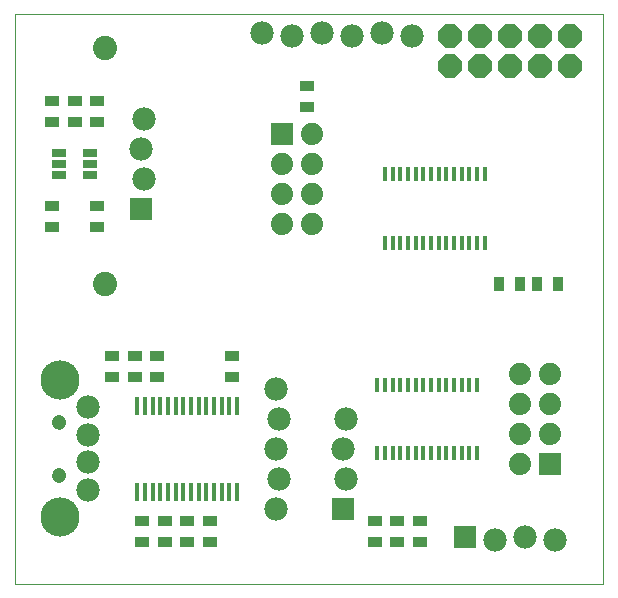
<source format=gts>
G75*
G70*
%OFA0B0*%
%FSLAX24Y24*%
%IPPOS*%
%LPD*%
%AMOC8*
5,1,8,0,0,1.08239X$1,22.5*
%
%ADD10C,0.0000*%
%ADD11R,0.0158X0.0512*%
%ADD12C,0.0740*%
%ADD13R,0.0740X0.0740*%
%ADD14R,0.0512X0.0355*%
%ADD15R,0.0177X0.0590*%
%ADD16C,0.0780*%
%ADD17C,0.1306*%
%ADD18C,0.0473*%
%ADD19R,0.0780X0.0780*%
%ADD20R,0.0512X0.0257*%
%ADD21R,0.0355X0.0512*%
%ADD22OC8,0.0780*%
%ADD23C,0.0808*%
D10*
X005648Y000150D02*
X025268Y000150D01*
X025268Y019146D01*
X005648Y019146D01*
X005648Y000150D01*
X006892Y003764D02*
X006894Y003793D01*
X006900Y003821D01*
X006909Y003849D01*
X006922Y003875D01*
X006939Y003898D01*
X006958Y003920D01*
X006980Y003939D01*
X007005Y003954D01*
X007031Y003967D01*
X007059Y003975D01*
X007087Y003980D01*
X007116Y003981D01*
X007145Y003978D01*
X007173Y003971D01*
X007200Y003961D01*
X007226Y003947D01*
X007249Y003930D01*
X007270Y003910D01*
X007288Y003887D01*
X007303Y003862D01*
X007314Y003835D01*
X007322Y003807D01*
X007326Y003778D01*
X007326Y003750D01*
X007322Y003721D01*
X007314Y003693D01*
X007303Y003666D01*
X007288Y003641D01*
X007270Y003618D01*
X007249Y003598D01*
X007226Y003581D01*
X007200Y003567D01*
X007173Y003557D01*
X007145Y003550D01*
X007116Y003547D01*
X007087Y003548D01*
X007059Y003553D01*
X007031Y003561D01*
X007005Y003574D01*
X006980Y003589D01*
X006958Y003608D01*
X006939Y003630D01*
X006922Y003653D01*
X006909Y003679D01*
X006900Y003707D01*
X006894Y003735D01*
X006892Y003764D01*
X006892Y005536D02*
X006894Y005565D01*
X006900Y005593D01*
X006909Y005621D01*
X006922Y005647D01*
X006939Y005670D01*
X006958Y005692D01*
X006980Y005711D01*
X007005Y005726D01*
X007031Y005739D01*
X007059Y005747D01*
X007087Y005752D01*
X007116Y005753D01*
X007145Y005750D01*
X007173Y005743D01*
X007200Y005733D01*
X007226Y005719D01*
X007249Y005702D01*
X007270Y005682D01*
X007288Y005659D01*
X007303Y005634D01*
X007314Y005607D01*
X007322Y005579D01*
X007326Y005550D01*
X007326Y005522D01*
X007322Y005493D01*
X007314Y005465D01*
X007303Y005438D01*
X007288Y005413D01*
X007270Y005390D01*
X007249Y005370D01*
X007226Y005353D01*
X007200Y005339D01*
X007173Y005329D01*
X007145Y005322D01*
X007116Y005319D01*
X007087Y005320D01*
X007059Y005325D01*
X007031Y005333D01*
X007005Y005346D01*
X006980Y005361D01*
X006958Y005380D01*
X006939Y005402D01*
X006922Y005425D01*
X006909Y005451D01*
X006900Y005479D01*
X006894Y005507D01*
X006892Y005536D01*
D11*
X017733Y004505D03*
X017989Y004505D03*
X018245Y004505D03*
X018501Y004505D03*
X018756Y004505D03*
X019012Y004505D03*
X019268Y004505D03*
X019524Y004505D03*
X019780Y004505D03*
X020036Y004505D03*
X020292Y004505D03*
X020548Y004505D03*
X020804Y004505D03*
X021060Y004505D03*
X021060Y006789D03*
X020804Y006789D03*
X020548Y006789D03*
X020292Y006789D03*
X020036Y006789D03*
X019780Y006789D03*
X019524Y006789D03*
X019268Y006789D03*
X019012Y006789D03*
X018756Y006789D03*
X018501Y006789D03*
X018245Y006789D03*
X017989Y006789D03*
X017733Y006789D03*
X017986Y011511D03*
X018242Y011511D03*
X018498Y011511D03*
X018754Y011511D03*
X019010Y011511D03*
X019266Y011511D03*
X019522Y011511D03*
X019777Y011511D03*
X020033Y011511D03*
X020289Y011511D03*
X020545Y011511D03*
X020801Y011511D03*
X021057Y011511D03*
X021313Y011511D03*
X021313Y013795D03*
X021057Y013795D03*
X020801Y013795D03*
X020545Y013795D03*
X020289Y013795D03*
X020033Y013795D03*
X019777Y013795D03*
X019522Y013795D03*
X019266Y013795D03*
X019010Y013795D03*
X018754Y013795D03*
X018498Y013795D03*
X018242Y013795D03*
X017986Y013795D03*
D12*
X015553Y014150D03*
X014553Y014150D03*
X014553Y013150D03*
X015553Y013150D03*
X015553Y012150D03*
X014553Y012150D03*
X015553Y015150D03*
X022492Y007150D03*
X023492Y007150D03*
X023492Y006150D03*
X022492Y006150D03*
X022492Y005150D03*
X023492Y005150D03*
X022492Y004150D03*
D13*
X023492Y004150D03*
X014553Y015150D03*
D14*
X015398Y016046D03*
X015398Y016754D03*
X008398Y016254D03*
X007648Y016254D03*
X006898Y016254D03*
X006898Y015546D03*
X007648Y015546D03*
X008398Y015546D03*
X008398Y012754D03*
X008398Y012046D03*
X006898Y012046D03*
X006898Y012754D03*
X008898Y007754D03*
X009648Y007754D03*
X010398Y007754D03*
X010398Y007046D03*
X009648Y007046D03*
X008898Y007046D03*
X012898Y007046D03*
X012898Y007754D03*
X012148Y002254D03*
X012148Y001546D03*
X011398Y001546D03*
X011398Y002254D03*
X010648Y002254D03*
X010648Y001546D03*
X009898Y001546D03*
X009898Y002254D03*
X017648Y002254D03*
X017648Y001546D03*
X018398Y001546D03*
X018398Y002254D03*
X019148Y002254D03*
X019148Y001546D03*
D15*
X013061Y003211D03*
X012805Y003211D03*
X012549Y003211D03*
X012294Y003211D03*
X012038Y003211D03*
X011782Y003211D03*
X011526Y003211D03*
X011270Y003211D03*
X011014Y003211D03*
X010758Y003211D03*
X010502Y003211D03*
X010246Y003211D03*
X009990Y003211D03*
X009734Y003211D03*
X009734Y006089D03*
X009990Y006089D03*
X010246Y006089D03*
X010502Y006089D03*
X010758Y006089D03*
X011014Y006089D03*
X011270Y006089D03*
X011526Y006089D03*
X011782Y006089D03*
X012038Y006089D03*
X012294Y006089D03*
X012549Y006089D03*
X012805Y006089D03*
X013061Y006089D03*
D16*
X014348Y006650D03*
X014448Y005650D03*
X014348Y004650D03*
X014448Y003650D03*
X014348Y002650D03*
X016698Y003650D03*
X016598Y004650D03*
X016698Y005650D03*
X021648Y001600D03*
X022648Y001700D03*
X023648Y001600D03*
X008093Y003272D03*
X008093Y004206D03*
X008093Y005094D03*
X008093Y006028D03*
X009948Y013650D03*
X009848Y014650D03*
X009948Y015650D03*
X013898Y018500D03*
X014898Y018400D03*
X015898Y018500D03*
X016898Y018400D03*
X017898Y018500D03*
X018898Y018400D03*
D17*
X007148Y006933D03*
X007148Y002367D03*
D18*
X007109Y003764D03*
X007109Y005536D03*
D19*
X016598Y002650D03*
X020648Y001700D03*
X009848Y012650D03*
D20*
X008160Y013776D03*
X008160Y014150D03*
X008160Y014524D03*
X007136Y014524D03*
X007136Y014150D03*
X007136Y013776D03*
D21*
X021794Y010150D03*
X022502Y010150D03*
X023044Y010150D03*
X023752Y010150D03*
D22*
X024148Y017400D03*
X023148Y017400D03*
X022148Y017400D03*
X021148Y017400D03*
X020148Y017400D03*
X020148Y018400D03*
X021148Y018400D03*
X022148Y018400D03*
X023148Y018400D03*
X024148Y018400D03*
D23*
X008648Y018024D03*
X008648Y010150D03*
M02*

</source>
